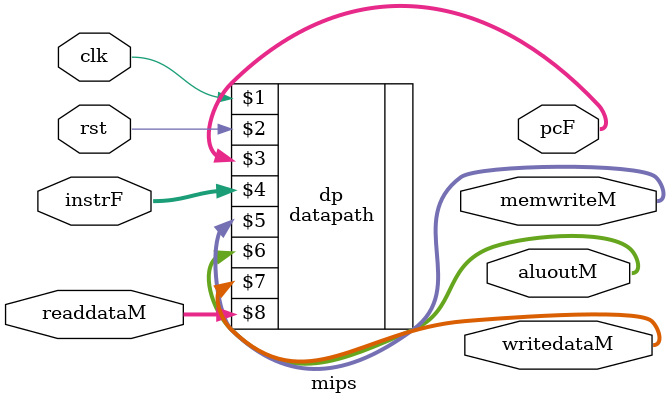
<source format=v>
`timescale 1ns / 1ps


module mips(
	input wire clk,rst,
	output wire[31:0] pcF,
	input wire[31:0] instrF,
	output wire [3:0] memwriteM,
	output wire[31:0] aluoutM,writedataM,
	input wire[31:0] readdataM 
);

	datapath dp(
		clk,rst,
		//fetch stage
		pcF,
		instrF,
		//mem stage
		memwriteM,
		aluoutM,writedataM,
		readdataM
	);
	
endmodule

</source>
